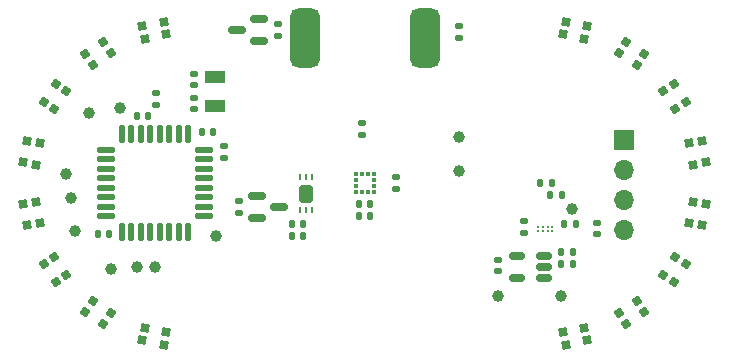
<source format=gbr>
%TF.GenerationSoftware,KiCad,Pcbnew,8.0.0*%
%TF.CreationDate,2024-03-15T16:55:21-04:00*%
%TF.ProjectId,mainboard,6d61696e-626f-4617-9264-2e6b69636164,rev?*%
%TF.SameCoordinates,Original*%
%TF.FileFunction,Soldermask,Top*%
%TF.FilePolarity,Negative*%
%FSLAX46Y46*%
G04 Gerber Fmt 4.6, Leading zero omitted, Abs format (unit mm)*
G04 Created by KiCad (PCBNEW 8.0.0) date 2024-03-15 16:55:21*
%MOMM*%
%LPD*%
G01*
G04 APERTURE LIST*
G04 Aperture macros list*
%AMRoundRect*
0 Rectangle with rounded corners*
0 $1 Rounding radius*
0 $2 $3 $4 $5 $6 $7 $8 $9 X,Y pos of 4 corners*
0 Add a 4 corners polygon primitive as box body*
4,1,4,$2,$3,$4,$5,$6,$7,$8,$9,$2,$3,0*
0 Add four circle primitives for the rounded corners*
1,1,$1+$1,$2,$3*
1,1,$1+$1,$4,$5*
1,1,$1+$1,$6,$7*
1,1,$1+$1,$8,$9*
0 Add four rect primitives between the rounded corners*
20,1,$1+$1,$2,$3,$4,$5,0*
20,1,$1+$1,$4,$5,$6,$7,0*
20,1,$1+$1,$6,$7,$8,$9,0*
20,1,$1+$1,$8,$9,$2,$3,0*%
%AMRotRect*
0 Rectangle, with rotation*
0 The origin of the aperture is its center*
0 $1 length*
0 $2 width*
0 $3 Rotation angle, in degrees counterclockwise*
0 Add horizontal line*
21,1,$1,$2,0,0,$3*%
G04 Aperture macros list end*
%ADD10RoundRect,0.140000X0.140000X0.170000X-0.140000X0.170000X-0.140000X-0.170000X0.140000X-0.170000X0*%
%ADD11RoundRect,0.150000X0.512500X0.150000X-0.512500X0.150000X-0.512500X-0.150000X0.512500X-0.150000X0*%
%ADD12RoundRect,0.135000X0.185000X-0.135000X0.185000X0.135000X-0.185000X0.135000X-0.185000X-0.135000X0*%
%ADD13R,0.350000X0.375000*%
%ADD14R,0.375000X0.350000*%
%ADD15RoundRect,0.140000X-0.140000X-0.170000X0.140000X-0.170000X0.140000X0.170000X-0.140000X0.170000X0*%
%ADD16C,1.000000*%
%ADD17R,1.800000X1.000000*%
%ADD18RoundRect,0.135000X-0.185000X0.135000X-0.185000X-0.135000X0.185000X-0.135000X0.185000X0.135000X0*%
%ADD19RoundRect,0.140000X0.170000X-0.140000X0.170000X0.140000X-0.170000X0.140000X-0.170000X-0.140000X0*%
%ADD20RotRect,0.700000X0.700000X213.750000*%
%ADD21RoundRect,0.125000X-0.125000X0.625000X-0.125000X-0.625000X0.125000X-0.625000X0.125000X0.625000X0*%
%ADD22RoundRect,0.125000X-0.625000X0.125000X-0.625000X-0.125000X0.625000X-0.125000X0.625000X0.125000X0*%
%ADD23RotRect,0.700000X0.700000X326.250000*%
%ADD24RotRect,0.700000X0.700000X236.250000*%
%ADD25RoundRect,0.150000X0.587500X0.150000X-0.587500X0.150000X-0.587500X-0.150000X0.587500X-0.150000X0*%
%ADD26RoundRect,0.150000X-0.587500X-0.150000X0.587500X-0.150000X0.587500X0.150000X-0.587500X0.150000X0*%
%ADD27RotRect,0.700000X0.700000X191.250000*%
%ADD28RotRect,0.700000X0.700000X168.750000*%
%ADD29RoundRect,0.140000X-0.170000X0.140000X-0.170000X-0.140000X0.170000X-0.140000X0.170000X0.140000X0*%
%ADD30R,1.700000X1.700000*%
%ADD31O,1.700000X1.700000*%
%ADD32RotRect,0.700000X0.700000X78.750000*%
%ADD33RoundRect,0.135000X-0.135000X-0.185000X0.135000X-0.185000X0.135000X0.185000X-0.135000X0.185000X0*%
%ADD34RotRect,0.700000X0.700000X123.750000*%
%ADD35RotRect,0.700000X0.700000X303.750000*%
%ADD36RotRect,0.700000X0.700000X56.250000*%
%ADD37RotRect,0.700000X0.700000X33.750000*%
%ADD38RotRect,0.700000X0.700000X258.750000*%
%ADD39RoundRect,0.300000X0.300000X0.450000X-0.300000X0.450000X-0.300000X-0.450000X0.300000X-0.450000X0*%
%ADD40RoundRect,0.055000X0.055000X0.195000X-0.055000X0.195000X-0.055000X-0.195000X0.055000X-0.195000X0*%
%ADD41RotRect,0.700000X0.700000X281.250000*%
%ADD42RotRect,0.700000X0.700000X146.250000*%
%ADD43C,0.250000*%
%ADD44RotRect,0.700000X0.700000X11.250000*%
%ADD45RotRect,0.700000X0.700000X101.250000*%
%ADD46RotRect,0.700000X0.700000X348.750000*%
%ADD47RoundRect,0.625000X0.625000X-1.875000X0.625000X1.875000X-0.625000X1.875000X-0.625000X-1.875000X0*%
G04 APERTURE END LIST*
D10*
%TO.C,C7*%
X164056000Y-95504000D03*
X163096000Y-95504000D03*
%TD*%
D11*
%TO.C,U1*%
X200857700Y-99248000D03*
X200857700Y-98298000D03*
X200857700Y-97348000D03*
X198582700Y-97348000D03*
X198582700Y-99248000D03*
%TD*%
D12*
%TO.C,R5*%
X199136000Y-95381000D03*
X199136000Y-94361000D03*
%TD*%
D13*
%TO.C,U3*%
X186424000Y-90423500D03*
X185924000Y-90423500D03*
X185424000Y-90423500D03*
X184924000Y-90423500D03*
D14*
X184911500Y-90936000D03*
X184911500Y-91436000D03*
D13*
X184924000Y-91948500D03*
X185424000Y-91948500D03*
X185924000Y-91948500D03*
X186424000Y-91948500D03*
D14*
X186436500Y-91436000D03*
X186436500Y-90936000D03*
%TD*%
D15*
%TO.C,C14*%
X179479000Y-94615000D03*
X180439000Y-94615000D03*
%TD*%
D16*
%TO.C,TP1*%
X160782000Y-92456000D03*
%TD*%
D17*
%TO.C,Y1*%
X172974000Y-82189000D03*
X172974000Y-84689000D03*
%TD*%
D12*
%TO.C,R2*%
X188341000Y-91696000D03*
X188341000Y-90676000D03*
%TD*%
D18*
%TO.C,R3*%
X185420000Y-86104000D03*
X185420000Y-87124000D03*
%TD*%
D19*
%TO.C,C2*%
X205359000Y-95504000D03*
X205359000Y-94544000D03*
%TD*%
D15*
%TO.C,C1*%
X202311000Y-97028000D03*
X203271000Y-97028000D03*
%TD*%
D20*
%TO.C,REF\u002A\u002A7*%
X209318118Y-102117013D03*
X207185402Y-102219089D03*
X207796529Y-103133706D03*
X208706991Y-101202396D03*
%TD*%
D15*
%TO.C,C5*%
X171859000Y-86868000D03*
X172819000Y-86868000D03*
%TD*%
%TO.C,C15*%
X179479000Y-95631000D03*
X180439000Y-95631000D03*
%TD*%
D10*
%TO.C,C4*%
X186154000Y-93980000D03*
X185194000Y-93980000D03*
%TD*%
D19*
%TO.C,C13*%
X171196000Y-82903000D03*
X171196000Y-81943000D03*
%TD*%
D21*
%TO.C,U4*%
X170719400Y-87011000D03*
X169919400Y-87011000D03*
X169119400Y-87011000D03*
X168319400Y-87011000D03*
X167519400Y-87011000D03*
X166719400Y-87011000D03*
X165919400Y-87011000D03*
X165119400Y-87011000D03*
D22*
X163744400Y-88386000D03*
X163744400Y-89186000D03*
X163744400Y-89986000D03*
X163744400Y-90786000D03*
X163744400Y-91586000D03*
X163744400Y-92386000D03*
X163744400Y-93186000D03*
X163744400Y-93986000D03*
D21*
X165119400Y-95361000D03*
X165919400Y-95361000D03*
X166719400Y-95361000D03*
X167519400Y-95361000D03*
X168319400Y-95361000D03*
X169119400Y-95361000D03*
X169919400Y-95361000D03*
X170719400Y-95361000D03*
D22*
X172094400Y-93986000D03*
X172094400Y-93186000D03*
X172094400Y-92386000D03*
X172094400Y-91586000D03*
X172094400Y-90786000D03*
X172094400Y-89986000D03*
X172094400Y-89186000D03*
X172094400Y-88386000D03*
%TD*%
D16*
%TO.C,TP5*%
X193675000Y-87249000D03*
%TD*%
D23*
%TO.C,REF\u002A\u002A12*%
X207796529Y-79238294D03*
X207185403Y-80152911D03*
X208706991Y-81169604D03*
X209318118Y-80254987D03*
%TD*%
D24*
%TO.C,REF\u002A\u002A8*%
X212861494Y-98068741D03*
X211946877Y-97457615D03*
X210930184Y-98979203D03*
X211844801Y-99590330D03*
%TD*%
D25*
%TO.C,Q2*%
X176705500Y-79182000D03*
X176705500Y-77282000D03*
X174830500Y-78232000D03*
%TD*%
D12*
%TO.C,R8*%
X175006000Y-93728000D03*
X175006000Y-92708000D03*
%TD*%
D16*
%TO.C,TP13*%
X164973000Y-84836000D03*
%TD*%
D26*
%TO.C,Q1*%
X176557700Y-92268000D03*
X176557700Y-94168000D03*
X178432700Y-93218000D03*
%TD*%
D27*
%TO.C,REF\u002A\u002A6*%
X204495260Y-104501135D03*
X204280661Y-103422271D03*
X202485824Y-103779287D03*
X202700423Y-104858151D03*
%TD*%
D16*
%TO.C,TP4*%
X164211000Y-98425000D03*
%TD*%
D28*
%TO.C,REF\u002A\u002A5*%
X168647577Y-104858152D03*
X168862176Y-103779288D03*
X167067339Y-103422272D03*
X166852740Y-104501136D03*
%TD*%
D29*
%TO.C,C12*%
X171196000Y-83975000D03*
X171196000Y-84935000D03*
%TD*%
D16*
%TO.C,TP17*%
X166370000Y-98298000D03*
%TD*%
D30*
%TO.C,J1*%
X207645000Y-87513000D03*
D31*
X207645000Y-90053000D03*
X207645000Y-92593000D03*
X207645000Y-95133000D03*
%TD*%
D32*
%TO.C,REF\u002A\u002A1*%
X156762059Y-89399366D03*
X157840923Y-89613965D03*
X158197939Y-87819128D03*
X157119075Y-87604529D03*
%TD*%
D29*
%TO.C,C10*%
X168021000Y-83594000D03*
X168021000Y-84554000D03*
%TD*%
D33*
%TO.C,R7*%
X200531000Y-91186000D03*
X201551000Y-91186000D03*
%TD*%
D10*
%TO.C,C3*%
X186154000Y-92964000D03*
X185194000Y-92964000D03*
%TD*%
D33*
%TO.C,R6*%
X201343800Y-92227400D03*
X202363800Y-92227400D03*
%TD*%
D18*
%TO.C,R9*%
X178308000Y-77722000D03*
X178308000Y-78742000D03*
%TD*%
D15*
%TO.C,C8*%
X202311000Y-98044000D03*
X203271000Y-98044000D03*
%TD*%
D34*
%TO.C,REF\u002A\u002A3*%
X159503198Y-99590330D03*
X160417815Y-98979203D03*
X159401122Y-97457614D03*
X158486505Y-98068741D03*
%TD*%
D35*
%TO.C,REF\u002A\u002A11*%
X211844801Y-82781670D03*
X210930184Y-83392797D03*
X211946877Y-84914386D03*
X212861494Y-84303259D03*
%TD*%
D16*
%TO.C,RX1*%
X167894000Y-98298000D03*
%TD*%
%TO.C,TP12*%
X162306000Y-85217000D03*
%TD*%
%TO.C,TP9*%
X202311000Y-100711000D03*
%TD*%
%TO.C,TP16*%
X173101000Y-95631000D03*
%TD*%
D10*
%TO.C,C6*%
X167358000Y-85471000D03*
X166398000Y-85471000D03*
%TD*%
D16*
%TO.C,TP6*%
X193675000Y-90170000D03*
%TD*%
D36*
%TO.C,REF\u002A\u002A*%
X158486505Y-84303259D03*
X159401122Y-84914385D03*
X160417815Y-83392797D03*
X159503198Y-82781670D03*
%TD*%
D18*
%TO.C,R4*%
X173736000Y-88009000D03*
X173736000Y-89029000D03*
%TD*%
D16*
%TO.C,TP3*%
X161163000Y-95250000D03*
%TD*%
D19*
%TO.C,C9*%
X196977000Y-98651000D03*
X196977000Y-97691000D03*
%TD*%
D37*
%TO.C,REF\u002A\u002A15*%
X162029881Y-80254987D03*
X162641008Y-81169604D03*
X164162597Y-80152911D03*
X163551470Y-79238294D03*
%TD*%
D38*
%TO.C,REF\u002A\u002A9*%
X214585940Y-92972634D03*
X213507076Y-92758035D03*
X213150060Y-94552872D03*
X214228924Y-94767471D03*
%TD*%
D39*
%TO.C,U5*%
X180721000Y-92075000D03*
D40*
X180213000Y-93472000D03*
X180721000Y-93472000D03*
X181229000Y-93472000D03*
X181229000Y-90678000D03*
X180721000Y-90678000D03*
X180213000Y-90678000D03*
%TD*%
D41*
%TO.C,REF\u002A\u002A10*%
X214228923Y-87604528D03*
X213150059Y-87819127D03*
X213507075Y-89613964D03*
X214585939Y-89399365D03*
%TD*%
D42*
%TO.C,REF\u002A\u002A4*%
X163551470Y-103133706D03*
X164162596Y-102219089D03*
X162641008Y-101202396D03*
X162029881Y-102117013D03*
%TD*%
D33*
%TO.C,R1*%
X202563000Y-94615000D03*
X203583000Y-94615000D03*
%TD*%
D19*
%TO.C,C11*%
X193675000Y-78867000D03*
X193675000Y-77907000D03*
%TD*%
D43*
%TO.C,U2*%
X201564800Y-94872200D03*
X201564800Y-95272200D03*
X201164800Y-94872200D03*
X201164800Y-95272200D03*
X200764800Y-94872200D03*
X200764800Y-95272200D03*
X200364800Y-94872200D03*
X200364800Y-95272200D03*
%TD*%
D44*
%TO.C,REF\u002A\u002A14*%
X166852739Y-77870865D03*
X167067338Y-78949729D03*
X168862175Y-78592713D03*
X168647576Y-77513849D03*
%TD*%
D45*
%TO.C,REF\u002A\u002A2*%
X157119076Y-94767472D03*
X158197940Y-94552873D03*
X157840924Y-92758036D03*
X156762060Y-92972635D03*
%TD*%
D46*
%TO.C,REF\u002A\u002A13*%
X202700422Y-77513848D03*
X202485823Y-78592712D03*
X204280660Y-78949728D03*
X204495259Y-77870864D03*
%TD*%
D16*
%TO.C,TP10*%
X196977000Y-100711000D03*
%TD*%
%TO.C,TP2*%
X160401000Y-90424000D03*
%TD*%
D47*
%TO.C,BT1*%
X190754000Y-78867000D03*
X180594000Y-78867000D03*
%TD*%
D16*
%TO.C,TP11*%
X203200000Y-93345000D03*
%TD*%
M02*

</source>
